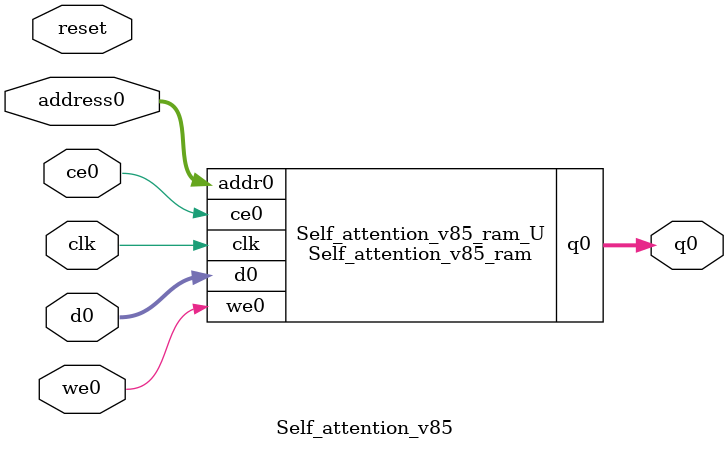
<source format=v>
`timescale 1 ns / 1 ps
module Self_attention_v85_ram (addr0, ce0, d0, we0, q0,  clk);

parameter DWIDTH = 32;
parameter AWIDTH = 8;
parameter MEM_SIZE = 144;

input[AWIDTH-1:0] addr0;
input ce0;
input[DWIDTH-1:0] d0;
input we0;
output reg[DWIDTH-1:0] q0;
input clk;

(* ram_style = "block" *)reg [DWIDTH-1:0] ram[0:MEM_SIZE-1];




always @(posedge clk)  
begin 
    if (ce0) begin
        if (we0) 
            ram[addr0] <= d0; 
        q0 <= ram[addr0];
    end
end


endmodule

`timescale 1 ns / 1 ps
module Self_attention_v85(
    reset,
    clk,
    address0,
    ce0,
    we0,
    d0,
    q0);

parameter DataWidth = 32'd32;
parameter AddressRange = 32'd144;
parameter AddressWidth = 32'd8;
input reset;
input clk;
input[AddressWidth - 1:0] address0;
input ce0;
input we0;
input[DataWidth - 1:0] d0;
output[DataWidth - 1:0] q0;



Self_attention_v85_ram Self_attention_v85_ram_U(
    .clk( clk ),
    .addr0( address0 ),
    .ce0( ce0 ),
    .we0( we0 ),
    .d0( d0 ),
    .q0( q0 ));

endmodule


</source>
